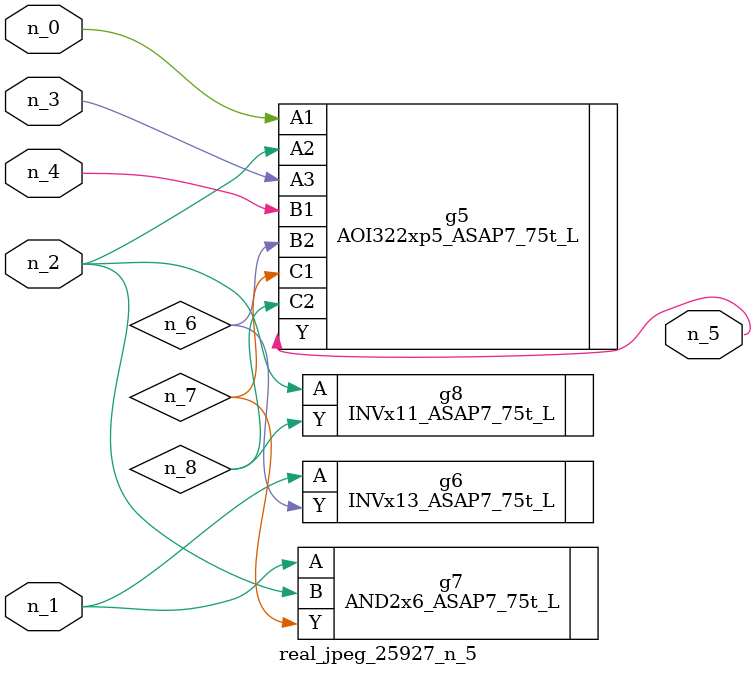
<source format=v>
module real_jpeg_25927_n_5 (n_4, n_0, n_1, n_2, n_3, n_5);

input n_4;
input n_0;
input n_1;
input n_2;
input n_3;

output n_5;

wire n_8;
wire n_6;
wire n_7;

AOI322xp5_ASAP7_75t_L g5 ( 
.A1(n_0),
.A2(n_2),
.A3(n_3),
.B1(n_4),
.B2(n_6),
.C1(n_7),
.C2(n_8),
.Y(n_5)
);

INVx13_ASAP7_75t_L g6 ( 
.A(n_1),
.Y(n_6)
);

AND2x6_ASAP7_75t_L g7 ( 
.A(n_1),
.B(n_2),
.Y(n_7)
);

INVx11_ASAP7_75t_L g8 ( 
.A(n_2),
.Y(n_8)
);


endmodule
</source>
